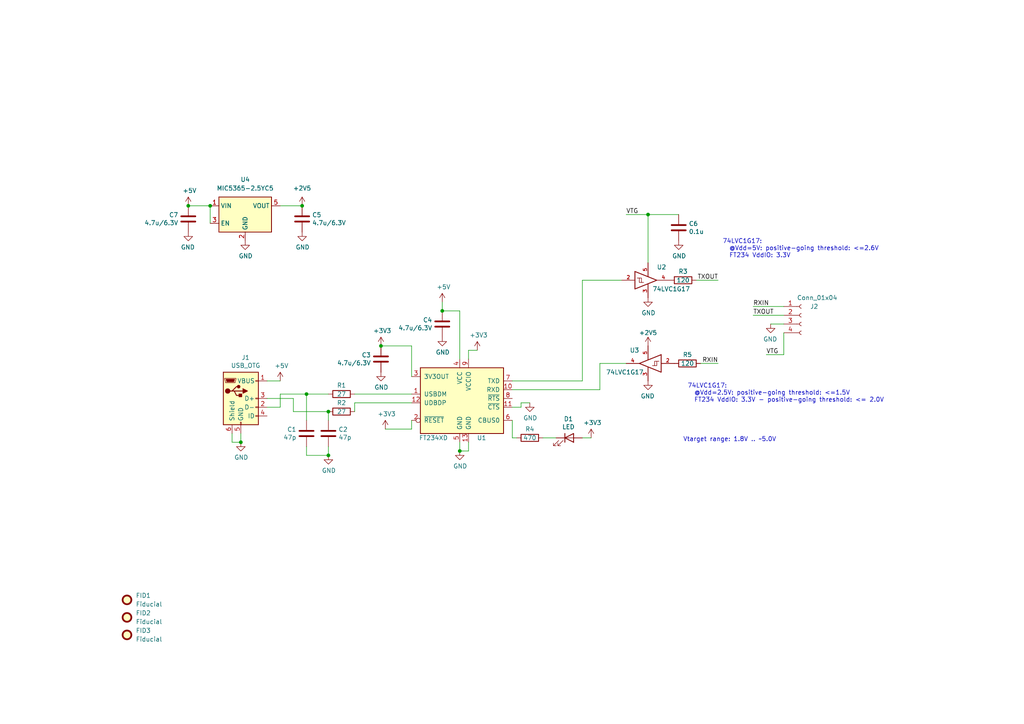
<source format=kicad_sch>
(kicad_sch (version 20230121) (generator eeschema)
  (paper "A4")
  (lib_symbols
    (symbol "Connector:Conn_01x04_Socket" (pin_names (offset 1.016) hide)
      (property "Reference" "J" (at 0 5.08 0))
      (property "Value" "Conn_01x04_Socket" (at 0 -7.62 0))
      (symbol "Conn_01x04_Socket_1_1"
        (arc (start 0 -4.572) (mid -0.5058 -5.08) (end 0 -5.588) (stroke (width 0.1524)))
        (arc (start 0 -2.032) (mid -0.5058 -2.54) (end 0 -3.048) (stroke (width 0.1524)))
        (polyline (pts (xy -1.27 -5.08) (xy -0.508 -5.08)) (stroke (width 0.1524)))
        (polyline (pts (xy -1.27 -2.54) (xy -0.508 -2.54)) (stroke (width 0.1524)))
        (polyline (pts (xy -1.27 0) (xy -0.508 0)) (stroke (width 0.1524)))
        (polyline (pts (xy -1.27 2.54) (xy -0.508 2.54)) (stroke (width 0.1524)))
        (arc (start 0 0.508) (mid -0.5058 0) (end 0 -0.508) (stroke (width 0.1524)))
        (arc (start 0 3.048) (mid -0.5058 2.54) (end 0 2.032) (stroke (width 0.1524)))
        (pin passive line (at -5.08 2.54 0) (length 3.81) (name "Pin_1") (number "1"))
        (pin passive line (at -5.08 0 0) (length 3.81) (name "Pin_2") (number "2"))
        (pin passive line (at -5.08 -2.54 0) (length 3.81) (name "Pin_3") (number "3"))
        (pin passive line (at -5.08 -5.08 0) (length 3.81) (name "Pin_4") (number "4"))
      )
    )
    (symbol "Connector:USB_B_Micro" (pin_names (offset 1.016))
      (property "Reference" "J" (at -5.08 11.43 0))
      (property "Value" "USB_B_Micro" (at -5.08 8.89 0))
      (symbol "USB_B_Micro_0_1"
        (rectangle (start -5.08 -7.62) (end 5.08 7.62) (stroke (width 0.254)) (fill (type background)))
        (circle (center -3.81 2.159) (radius 0.635) (stroke (width 0.254)) (fill (type outline)))
        (circle (center -0.635 3.429) (radius 0.381) (stroke (width 0.254)) (fill (type outline)))
        (rectangle (start -0.127 -7.62) (end 0.127 -6.858))
        (polyline (pts (xy -1.905 2.159) (xy 0.635 2.159)) (stroke (width 0.254)))
        (polyline (pts (xy -3.175 2.159) (xy -2.54 2.159) (xy -1.27 3.429) (xy -0.635 3.429)) (stroke (width 0.254)))
        (polyline (pts (xy -2.54 2.159) (xy -1.905 2.159) (xy -1.27 0.889) (xy 0 0.889)) (stroke (width 0.254)))
        (polyline (pts (xy 0.635 2.794) (xy 0.635 1.524) (xy 1.905 2.159) (xy 0.635 2.794)) (stroke (width 0.254)) (fill (type outline)))
        (polyline (pts (xy -4.318 5.588) (xy -1.778 5.588) (xy -2.032 4.826) (xy -4.064 4.826) (xy -4.318 5.588)) (fill (type outline)))
        (polyline (pts (xy -4.699 5.842) (xy -4.699 5.588) (xy -4.445 4.826) (xy -4.445 4.572) (xy -1.651 4.572) (xy -1.651 4.826) (xy -1.397 5.588) (xy -1.397 5.842) (xy -4.699 5.842)))
        (rectangle (start 0.254 1.27) (end -0.508 0.508) (stroke (width 0.254)) (fill (type outline)))
        (rectangle (start 5.08 -5.207) (end 4.318 -4.953))
        (rectangle (start 5.08 -2.667) (end 4.318 -2.413))
        (rectangle (start 5.08 -0.127) (end 4.318 0.127))
        (rectangle (start 5.08 4.953) (end 4.318 5.207))
      )
      (symbol "USB_B_Micro_1_1"
        (pin power_out line (at 7.62 5.08 180) (length 2.54) (name "VBUS") (number "1"))
        (pin bidirectional line (at 7.62 -2.54 180) (length 2.54) (name "D-") (number "2"))
        (pin bidirectional line (at 7.62 0 180) (length 2.54) (name "D+") (number "3"))
        (pin passive line (at 7.62 -5.08 180) (length 2.54) (name "ID") (number "4"))
        (pin power_out line (at 0 -10.16 90) (length 2.54) (name "GND") (number "5"))
        (pin passive line (at -2.54 -10.16 90) (length 2.54) (name "Shield") (number "6"))
      )
    )
    (symbol "Device:C" (pin_numbers hide) (pin_names (offset 0.254))
      (property "Reference" "C" (at 0.635 2.54 0))
      (property "Value" "C" (at 0.635 -2.54 0))
      (symbol "C_0_1"
        (polyline (pts (xy -2.032 -0.762) (xy 2.032 -0.762)) (stroke (width 0.508)))
        (polyline (pts (xy -2.032 0.762) (xy 2.032 0.762)) (stroke (width 0.508)))
      )
      (symbol "C_1_1"
        (pin passive line (at 0 3.81 270) (length 2.794) (name "~") (number "1"))
        (pin passive line (at 0 -3.81 90) (length 2.794) (name "~") (number "2"))
      )
    )
    (symbol "Device:LED" (pin_numbers hide) (pin_names (offset 1.016) hide)
      (property "Reference" "D" (at 0 2.54 0))
      (property "Value" "LED" (at 0 -2.54 0))
      (symbol "LED_0_1"
        (polyline (pts (xy -1.27 -1.27) (xy -1.27 1.27)) (stroke (width 0.254)))
        (polyline (pts (xy -1.27 0) (xy 1.27 0)))
        (polyline (pts (xy 1.27 -1.27) (xy 1.27 1.27) (xy -1.27 0) (xy 1.27 -1.27)) (stroke (width 0.254)))
        (polyline (pts (xy -3.048 -0.762) (xy -4.572 -2.286) (xy -3.81 -2.286) (xy -4.572 -2.286) (xy -4.572 -1.524)))
        (polyline (pts (xy -1.778 -0.762) (xy -3.302 -2.286) (xy -2.54 -2.286) (xy -3.302 -2.286) (xy -3.302 -1.524)))
      )
      (symbol "LED_1_1"
        (pin passive line (at -3.81 0 0) (length 2.54) (name "K") (number "1"))
        (pin passive line (at 3.81 0 180) (length 2.54) (name "A") (number "2"))
      )
    )
    (symbol "Device:R" (pin_numbers hide) (pin_names (offset 0))
      (property "Reference" "R" (at 2.032 0 90))
      (property "Value" "R" (at 0 0 90))
      (symbol "R_0_1"
        (rectangle (start -1.016 -2.54) (end 1.016 2.54) (stroke (width 0.254)))
      )
      (symbol "R_1_1"
        (pin passive line (at 0 3.81 270) (length 1.27) (name "~") (number "1"))
        (pin passive line (at 0 -3.81 90) (length 1.27) (name "~") (number "2"))
      )
    )
    (symbol "Mechanical:Fiducial"
      (property "Reference" "FID" (at 0 5.08 0))
      (property "Value" "Fiducial" (at 0 3.175 0))
      (symbol "Fiducial_0_1"
        (circle (center 0 0) (radius 1.27) (stroke (width 0.508)) (fill (type background)))
      )
    )
    (symbol "Regulator_Linear:MIC5365-3.3YC5"
      (property "Reference" "U" (at -6.35 6.35 0))
      (property "Value" "MIC5365-3.3YC5" (at 0 6.35 0))
      (symbol "MIC5365-3.3YC5_0_1"
        (rectangle (start -7.62 -5.08) (end 7.62 5.08) (stroke (width 0.254)) (fill (type background)))
      )
      (symbol "MIC5365-3.3YC5_1_1"
        (pin power_in line (at -10.16 2.54 0) (length 2.54) (name "VIN") (number "1"))
        (pin power_in line (at 0 -7.62 90) (length 2.54) (name "GND") (number "2"))
        (pin input line (at -10.16 -2.54 0) (length 2.54) (name "EN") (number "3"))
        (pin no_connect line (at 7.62 -2.54 180) (length 2.54) hide (name "NC") (number "4"))
        (pin power_out line (at 10.16 2.54 180) (length 2.54) (name "VOUT") (number "5"))
      )
    )
    (symbol "ft234xd:74LVC1G17" (pin_names (offset 1.016))
      (property "Reference" "U" (at -2.54 3.81 0))
      (property "Value" "74LVC1G17" (at 0 -3.81 0))
      (symbol "74LVC1G17_0_1"
        (polyline (pts (xy -2.54 0.635) (xy -1.905 0.635) (xy -1.905 -0.635)))
        (polyline (pts (xy -3.81 2.54) (xy -3.81 -2.54) (xy 2.54 0) (xy -3.81 2.54)) (stroke (width 0.254)))
        (polyline (pts (xy -3.175 0.635) (xy -2.54 0.635) (xy -2.54 -0.635) (xy -1.27 -0.635)))
      )
      (symbol "74LVC1G17_1_1"
        (pin input line (at -7.62 0 0) (length 3.81) (name "~") (number "2"))
        (pin power_in line (at 0 -5.08 90) (length 3.9878) (name "~") (number "3"))
        (pin output line (at 6.35 0 180) (length 3.81) (name "~") (number "4"))
        (pin power_in line (at 0 5.08 270) (length 3.9878) (name "~") (number "5"))
      )
    )
    (symbol "ft234xd:FT234XD" (pin_names (offset 1.016))
      (property "Reference" "U" (at -11.43 15.24 0))
      (property "Value" "FT234XD" (at 7.62 -11.43 0))
      (symbol "FT234XD_0_1"
        (rectangle (start -12.7 8.89) (end 11.43 -10.16) (stroke (width 0.254)) (fill (type background)))
      )
      (symbol "FT234XD_1_1"
        (pin bidirectional line (at -15.24 1.27 0) (length 2.54) (name "USBDM") (number "1"))
        (pin input line (at 13.97 2.54 180) (length 2.54) (name "RXD") (number "10"))
        (pin input line (at 13.97 -2.54 180) (length 2.54) (name "~{CTS}") (number "11"))
        (pin bidirectional line (at -15.24 -1.27 0) (length 2.54) (name "UDBDP") (number "12"))
        (pin power_in line (at 1.27 -12.7 90) (length 2.54) (name "GND") (number "13"))
        (pin input inverted (at -15.24 -6.35 0) (length 2.54) (name "~{RESET}") (number "2"))
        (pin power_out line (at -15.24 6.35 0) (length 2.54) (name "3V3OUT") (number "3"))
        (pin power_in line (at -1.27 11.43 270) (length 2.54) (name "VCC") (number "4"))
        (pin power_in line (at -1.27 -12.7 90) (length 2.54) (name "GND") (number "5"))
        (pin bidirectional line (at 13.97 -6.35 180) (length 2.54) (name "CBUS0") (number "6"))
        (pin output line (at 13.97 5.08 180) (length 2.54) (name "TXD") (number "7"))
        (pin output line (at 13.97 0 180) (length 2.54) (name "~{RTS}") (number "8"))
        (pin power_in line (at 1.27 11.43 270) (length 2.54) (name "VCCIO") (number "9"))
      )
    )
    (symbol "power:+2V5" (power) (pin_names (offset 0))
      (property "Value" "+2V5" (at 0 3.556 0))
      (symbol "+2V5_0_1"
        (polyline (pts (xy -0.762 1.27) (xy 0 2.54)))
        (polyline (pts (xy 0 0) (xy 0 2.54)))
        (polyline (pts (xy 0 2.54) (xy 0.762 1.27)))
      )
      (symbol "+2V5_1_1"
        (pin power_in line (at 0 0 90) (length 0) hide (name "+2V5") (number "1"))
      )
    )
    (symbol "power:+3V3" (power) (pin_names (offset 0))
      (property "Value" "+3V3" (at 0 3.556 0))
      (symbol "+3V3_0_1"
        (polyline (pts (xy -0.762 1.27) (xy 0 2.54)))
        (polyline (pts (xy 0 0) (xy 0 2.54)))
        (polyline (pts (xy 0 2.54) (xy 0.762 1.27)))
      )
      (symbol "+3V3_1_1"
        (pin power_in line (at 0 0 90) (length 0) hide (name "+3V3") (number "1"))
      )
    )
    (symbol "power:+5V" (power) (pin_names (offset 0))
      (property "Value" "+5V" (at 0 3.556 0))
      (symbol "+5V_0_1"
        (polyline (pts (xy -0.762 1.27) (xy 0 2.54)))
        (polyline (pts (xy 0 0) (xy 0 2.54)))
        (polyline (pts (xy 0 2.54) (xy 0.762 1.27)))
      )
      (symbol "+5V_1_1"
        (pin power_in line (at 0 0 90) (length 0) hide (name "+5V") (number "1"))
      )
    )
    (symbol "power:GND" (power) (pin_names (offset 0))
      (property "Value" "GND" (at 0 -3.81 0))
      (symbol "GND_0_1"
        (polyline (pts (xy 0 0) (xy 0 -1.27) (xy 1.27 -1.27) (xy 0 -2.54) (xy -1.27 -1.27) (xy 0 -1.27)))
      )
      (symbol "GND_1_1"
        (pin power_in line (at 0 0 270) (length 0) hide (name "GND") (number "1"))
      )
    )
  )
  (junction (at 95.25 119.38))
  (junction (at 87.63 59.69))
  (junction (at 88.9 114.3))
  (junction (at 69.85 128.27))
  (junction (at 60.96 59.69))
  (junction (at 133.35 130.81))
  (junction (at 95.25 132.08))
  (junction (at 54.61 59.69))
  (junction (at 110.49 100.33))
  (junction (at 128.27 90.17))
  (junction (at 187.96 62.23))
  (wire (pts (xy 227.33 96.52) (xy 227.33 102.87)))
  (wire (pts (xy 135.89 101.6) (xy 135.89 104.14)))
  (wire (pts (xy 95.25 129.54) (xy 95.25 132.08)))
  (wire (pts (xy 151.13 118.11) (xy 148.59 118.11)))
  (wire (pts (xy 151.13 116.84) (xy 151.13 118.11)))
  (wire (pts (xy 128.27 87.63) (xy 128.27 90.17)))
  (wire (pts (xy 157.48 127) (xy 161.29 127)))
  (wire (pts (xy 218.44 91.44) (xy 227.33 91.44)))
  (wire (pts (xy 111.76 124.46) (xy 119.38 124.46)))
  (wire (pts (xy 196.85 62.23) (xy 187.96 62.23)))
  (wire (pts (xy 128.27 90.17) (xy 133.35 90.17)))
  (wire (pts (xy 148.59 127) (xy 149.86 127)))
  (wire (pts (xy 81.28 118.11) (xy 77.47 118.11)))
  (wire (pts (xy 133.35 130.81) (xy 135.89 130.81)))
  (wire (pts (xy 67.31 128.27) (xy 67.31 125.73)))
  (wire (pts (xy 227.33 102.87) (xy 222.25 102.87)))
  (wire (pts (xy 110.49 100.33) (xy 119.38 100.33)))
  (wire (pts (xy 102.87 116.84) (xy 102.87 119.38)))
  (wire (pts (xy 95.25 119.38) (xy 95.25 121.92)))
  (wire (pts (xy 148.59 113.03) (xy 173.99 113.03)))
  (wire (pts (xy 138.43 101.6) (xy 135.89 101.6)))
  (wire (pts (xy 133.35 130.81) (xy 133.35 128.27)))
  (wire (pts (xy 69.85 125.73) (xy 69.85 128.27)))
  (wire (pts (xy 203.2 105.41) (xy 208.28 105.41)))
  (wire (pts (xy 81.28 114.3) (xy 88.9 114.3)))
  (wire (pts (xy 227.33 93.98) (xy 223.52 93.98)))
  (wire (pts (xy 135.89 130.81) (xy 135.89 128.27)))
  (wire (pts (xy 187.96 62.23) (xy 181.61 62.23)))
  (wire (pts (xy 173.99 113.03) (xy 173.99 105.41)))
  (wire (pts (xy 201.93 81.28) (xy 208.28 81.28)))
  (wire (pts (xy 119.38 124.46) (xy 119.38 121.92)))
  (wire (pts (xy 88.9 114.3) (xy 88.9 121.92)))
  (wire (pts (xy 88.9 114.3) (xy 95.25 114.3)))
  (wire (pts (xy 180.34 81.28) (xy 168.91 81.28)))
  (wire (pts (xy 69.85 128.27) (xy 67.31 128.27)))
  (wire (pts (xy 54.61 59.69) (xy 60.96 59.69)))
  (wire (pts (xy 153.67 116.84) (xy 151.13 116.84)))
  (wire (pts (xy 85.09 119.38) (xy 85.09 115.57)))
  (wire (pts (xy 85.09 115.57) (xy 77.47 115.57)))
  (wire (pts (xy 148.59 121.92) (xy 148.59 127)))
  (wire (pts (xy 95.25 119.38) (xy 85.09 119.38)))
  (wire (pts (xy 77.47 110.49) (xy 81.28 110.49)))
  (wire (pts (xy 102.87 114.3) (xy 119.38 114.3)))
  (wire (pts (xy 187.96 62.23) (xy 187.96 76.2)))
  (wire (pts (xy 81.28 114.3) (xy 81.28 118.11)))
  (wire (pts (xy 168.91 81.28) (xy 168.91 110.49)))
  (wire (pts (xy 119.38 100.33) (xy 119.38 109.22)))
  (wire (pts (xy 168.91 127) (xy 171.45 127)))
  (wire (pts (xy 88.9 132.08) (xy 88.9 129.54)))
  (wire (pts (xy 173.99 105.41) (xy 181.61 105.41)))
  (wire (pts (xy 168.91 110.49) (xy 148.59 110.49)))
  (wire (pts (xy 218.44 88.9) (xy 227.33 88.9)))
  (wire (pts (xy 81.28 59.69) (xy 87.63 59.69)))
  (wire (pts (xy 119.38 116.84) (xy 102.87 116.84)))
  (wire (pts (xy 60.96 59.69) (xy 60.96 64.77)))
  (wire (pts (xy 133.35 90.17) (xy 133.35 104.14)))
  (wire (pts (xy 95.25 132.08) (xy 88.9 132.08)))
  (text "74LVC1G17:\n  @Vdd=5V: positive-going threshold: <=2.6V\n  FT234 VddIO: 3.3V" (at 209.55 74.93 0) (effects (font (size 1.27 1.27)) (justify left bottom)))
  (text "74LVC1G17:\n  @Vdd=2.5V: positive-going threshold: <=1.5V\n  FT234 VddIO: 3.3V - positive-going threshold: <= 2.0V" (at 199.39 116.84 0) (effects (font (size 1.27 1.27)) (justify left bottom)))
  (text "Vtarget range: 1.8V .. ~5.0V" (at 198.12 128.27 0) (effects (font (size 1.27 1.27)) (justify left bottom)))
  (label "RXIN" (at 208.28 105.41 180))
  (label "TXOUT" (at 208.28 81.28 180))
  (label "RXIN" (at 218.44 88.9 0))
  (label "VTG" (at 181.61 62.23 0))
  (label "TXOUT" (at 218.44 91.44 0))
  (label "VTG" (at 222.25 102.87 0))
  (symbol (lib_id "power:GND") (at 133.35 130.81 0) (unit 1)
    (property "Reference" "#PWR01" (effects hide))
    (property "Value" "GND" (at 133.477 135.2042 0))
  )
  (symbol (lib_id "Device:R") (at 198.12 81.28 270) (unit 1)
    (property "Reference" "R3" (at 198.12 78.74 90))
    (property "Value" "120" (at 198.12 81.28 90))
    (property "Footprint" "Resistor_SMD:R_0402_1005Metric" (effects hide))
  )
  (symbol (lib_id "Connector:Conn_01x04_Socket") (at 232.41 91.44 0) (unit 1)
    (property "Reference" "J2" (at 234.95 88.9 0) (effects (justify left)))
    (property "Value" "Conn_01x04" (at 231.14 86.36 0) (effects (justify left)))
    (property "Footprint" "Connector_PinHeader_2.54mm:PinHeader_1x04_P2.54mm_Vertical" (effects hide))
  )
  (symbol (lib_id "power:+3V3") (at 110.49 100.33 0) (unit 1)
    (property "Reference" "#PWR04" (effects hide))
    (property "Value" "+3V3" (at 110.871 95.9358 0))
  )
  (symbol (lib_id "Device:R") (at 153.67 127 270) (unit 1)
    (property "Reference" "R4" (at 153.67 124.46 90))
    (property "Value" "470" (at 153.67 127 90))
    (property "Footprint" "Resistor_SMD:R_0402_1005Metric" (effects hide))
  )
  (symbol (lib_id "Device:C") (at 110.49 104.14 0) (mirror y) (unit 1)
    (property "Reference" "C3" (at 107.5944 102.9716 0) (effects (justify left)))
    (property "Value" "4.7u/6.3V" (at 107.5944 105.283 0) (effects (justify left)))
    (property "Footprint" "Capacitor_SMD:C_0402_1005Metric" (effects hide))
  )
  (symbol (lib_id "power:GND") (at 110.49 107.95 0) (unit 1)
    (property "Reference" "#PWR05" (effects hide))
    (property "Value" "GND" (at 110.617 112.3442 0))
  )
  (symbol (lib_id "Device:R") (at 99.06 114.3 270) (unit 1)
    (property "Reference" "R1" (at 99.06 111.76 90))
    (property "Value" "27" (at 99.06 114.3 90))
    (property "Footprint" "Resistor_SMD:R_0402_1005Metric" (effects hide))
  )
  (symbol (lib_id "Device:R") (at 99.06 119.38 270) (unit 1)
    (property "Reference" "R2" (at 99.06 116.84 90))
    (property "Value" "27" (at 99.06 119.38 90))
    (property "Footprint" "Resistor_SMD:R_0402_1005Metric" (effects hide))
  )
  (symbol (lib_id "Device:C") (at 95.25 125.73 0) (unit 1)
    (property "Reference" "C2" (at 98.171 124.5616 0) (effects (justify left)))
    (property "Value" "47p" (at 98.171 126.873 0) (effects (justify left)))
    (property "Footprint" "Capacitor_SMD:C_0402_1005Metric" (effects hide))
  )
  (symbol (lib_id "Device:C") (at 88.9 125.73 0) (mirror y) (unit 1)
    (property "Reference" "C1" (at 85.979 124.5616 0) (effects (justify left)))
    (property "Value" "47p" (at 85.979 126.873 0) (effects (justify left)))
    (property "Footprint" "Capacitor_SMD:C_0402_1005Metric" (effects hide))
  )
  (symbol (lib_id "power:GND") (at 95.25 132.08 0) (unit 1)
    (property "Reference" "#PWR06" (effects hide))
    (property "Value" "GND" (at 95.377 136.4742 0))
  )
  (symbol (lib_id "Device:LED") (at 165.1 127 0) (unit 1)
    (property "Reference" "D1" (at 164.8714 121.5136 0))
    (property "Value" "LED" (at 164.8714 123.825 0))
    (property "Footprint" "LED_SMD:LED_0603_1608Metric" (effects hide))
  )
  (symbol (lib_id "power:+3V3") (at 171.45 127 0) (unit 1)
    (property "Reference" "#PWR07" (effects hide))
    (property "Value" "+3V3" (at 171.831 122.6058 0))
  )
  (symbol (lib_id "power:+3V3") (at 111.76 124.46 0) (unit 1)
    (property "Reference" "#PWR08" (effects hide))
    (property "Value" "+3V3" (at 112.141 120.0658 0))
  )
  (symbol (lib_id "power:+3V3") (at 138.43 101.6 0) (unit 1)
    (property "Reference" "#PWR09" (effects hide))
    (property "Value" "+3V3" (at 138.811 97.2058 0))
  )
  (symbol (lib_id "Device:C") (at 128.27 93.98 0) (mirror y) (unit 1)
    (property "Reference" "C4" (at 125.3744 92.8116 0) (effects (justify left)))
    (property "Value" "4.7u/6.3V" (at 125.3744 95.123 0) (effects (justify left)))
    (property "Footprint" "Capacitor_SMD:C_0402_1005Metric" (effects hide))
  )
  (symbol (lib_id "power:GND") (at 128.27 97.79 0) (unit 1)
    (property "Reference" "#PWR010" (effects hide))
    (property "Value" "GND" (at 128.397 102.1842 0))
  )
  (symbol (lib_id "power:+5V") (at 128.27 87.63 0) (unit 1)
    (property "Reference" "#PWR011" (effects hide))
    (property "Value" "+5V" (at 128.651 83.2358 0))
  )
  (symbol (lib_id "Connector:USB_B_Micro") (at 69.85 115.57 0) (unit 1)
    (property "Reference" "J1" (at 71.247 103.7082 0))
    (property "Value" "USB_OTG" (at 71.247 106.0196 0))
    (property "Footprint" "Connector_USB:USB_Micro-B_Amphenol_10103594-0001LF_Horizontal" (effects hide))
  )
  (symbol (lib_id "power:+5V") (at 81.28 110.49 0) (unit 1)
    (property "Reference" "#PWR012" (effects hide))
    (property "Value" "+5V" (at 81.661 106.0958 0))
  )
  (symbol (lib_id "power:GND") (at 69.85 128.27 0) (unit 1)
    (property "Reference" "#PWR013" (effects hide))
    (property "Value" "GND" (at 69.977 132.6642 0))
  )
  (symbol (lib_id "power:GND") (at 153.67 116.84 0) (unit 1)
    (property "Reference" "#PWR014" (effects hide))
    (property "Value" "GND" (at 153.797 121.2342 0))
  )
  (symbol (lib_id "ft234xd:FT234XD") (at 134.62 115.57 0) (unit 1)
    (property "Reference" "U1" (at 139.7 127 0))
    (property "Value" "FT234XD" (at 125.73 127 0))
    (property "Footprint" "Package_DFN_QFN:DFN-12-1EP_3x3mm_P0.45mm_EP1.66x2.38mm" (effects hide))
    (property "Datasheet" "http://www.ftdichip.com/Support/Documents/DataSheets/ICs/DS_FT230X.pdf" (effects hide))
  )
  (symbol (lib_id "Device:R") (at 199.39 105.41 270) (unit 1)
    (property "Reference" "R5" (at 199.39 102.87 90))
    (property "Value" "120" (at 199.39 105.41 90))
    (property "Footprint" "Resistor_SMD:R_0402_1005Metric" (effects hide))
  )
  (symbol (lib_id "ft234xd:74LVC1G17") (at 187.96 81.28 0) (unit 1)
    (property "Reference" "U2" (at 190.5 77.47 0) (effects (justify left)))
    (property "Value" "74LVC1G17" (at 189.23 83.82 0) (effects (justify left)))
    (property "Footprint" "Package_SO:TSOP-5_1.65x3.05mm_P0.95mm" (effects hide))
  )
  (symbol (lib_id "power:GND") (at 187.96 86.36 0) (unit 1)
    (property "Reference" "#PWR0101" (effects hide))
    (property "Value" "GND" (at 188.087 90.7542 0))
  )
  (symbol (lib_id "Device:C") (at 196.85 66.04 0) (unit 1)
    (property "Reference" "C6" (at 199.771 64.8716 0) (effects (justify left)))
    (property "Value" "0.1u" (at 199.771 67.183 0) (effects (justify left)))
    (property "Footprint" "Capacitor_SMD:C_0402_1005Metric" (effects hide))
  )
  (symbol (lib_id "power:GND") (at 196.85 69.85 0) (unit 1)
    (property "Reference" "#PWR0102" (effects hide))
    (property "Value" "GND" (at 196.977 74.2442 0))
  )
  (symbol (lib_id "ft234xd:74LVC1G17") (at 187.96 105.41 0) (mirror y) (unit 1)
    (property "Reference" "U3" (at 185.42 101.6 0) (effects (justify left)))
    (property "Value" "74LVC1G17" (at 186.69 107.95 0) (effects (justify left)))
    (property "Footprint" "Package_SO:TSOP-5_1.65x3.05mm_P0.95mm" (effects hide))
  )
  (symbol (lib_id "power:GND") (at 187.96 110.49 0) (mirror y) (unit 1)
    (property "Reference" "#PWR0103" (effects hide))
    (property "Value" "GND" (at 187.833 114.8842 0))
  )
  (symbol (lib_id "power:GND") (at 223.52 93.98 0) (mirror y) (unit 1)
    (property "Reference" "#PWR0104" (effects hide))
    (property "Value" "GND" (at 223.393 98.3742 0))
  )
  (symbol (lib_id "power:GND") (at 71.12 69.85 0) (unit 1)
    (property "Reference" "#PWR016" (effects hide))
    (property "Value" "GND" (at 71.247 74.2442 0))
  )
  (symbol (lib_id "Device:C") (at 54.61 63.5 0) (mirror y) (unit 1)
    (property "Reference" "C7" (at 51.7144 62.3316 0) (effects (justify left)))
    (property "Value" "4.7u/6.3V" (at 51.7144 64.643 0) (effects (justify left)))
    (property "Footprint" "Capacitor_SMD:C_0402_1005Metric" (effects hide))
  )
  (symbol (lib_id "Mechanical:Fiducial") (at 36.83 173.99 0) (unit 1)
    (property "Reference" "FID1" (at 39.37 172.72 0) (effects (justify left)))
    (property "Value" "Fiducial" (at 39.37 175.26 0) (effects (justify left)))
    (property "Footprint" "Fiducial:Fiducial_0.5mm_Mask1mm" (effects hide))
  )
  (symbol (lib_id "power:+5V") (at 54.61 59.69 0) (unit 1)
    (property "Reference" "#PWR018" (effects hide))
    (property "Value" "+5V" (at 54.991 55.2958 0))
  )
  (symbol (lib_id "Mechanical:Fiducial") (at 36.83 184.15 0) (unit 1)
    (property "Reference" "FID3" (at 39.37 182.88 0) (effects (justify left)))
    (property "Value" "Fiducial" (at 39.37 185.42 0) (effects (justify left)))
    (property "Footprint" "Fiducial:Fiducial_0.5mm_Mask1mm" (effects hide))
  )
  (symbol (lib_id "power:GND") (at 54.61 67.31 0) (mirror y) (unit 1)
    (property "Reference" "#PWR017" (effects hide))
    (property "Value" "GND" (at 54.483 71.7042 0))
  )
  (symbol (lib_id "power:GND") (at 87.63 67.31 0) (unit 1)
    (property "Reference" "#PWR015" (effects hide))
    (property "Value" "GND" (at 87.757 71.7042 0))
  )
  (symbol (lib_id "Device:C") (at 87.63 63.5 0) (unit 1)
    (property "Reference" "C5" (at 90.5256 62.3316 0) (effects (justify left)))
    (property "Value" "4.7u/6.3V" (at 90.5256 64.643 0) (effects (justify left)))
    (property "Footprint" "Capacitor_SMD:C_0402_1005Metric" (effects hide))
  )
  (symbol (lib_id "Regulator_Linear:MIC5365-3.3YC5") (at 71.12 62.23 0) (unit 1)
    (property "Reference" "U4" (at 71.12 52.07 0))
    (property "Value" "MIC5365-2.5YC5" (at 71.12 54.61 0))
    (property "Footprint" "Package_TO_SOT_SMD:SOT-353_SC-70-5" (effects hide))
    (property "Datasheet" "http://ww1.microchip.com/downloads/en/DeviceDoc/mic5365.pdf" (effects hide))
  )
  (symbol (lib_id "power:+2V5") (at 87.63 59.69 0) (unit 1)
    (property "Reference" "#PWR03" (effects hide))
    (property "Value" "+2V5" (at 87.63 54.61 0))
  )
  (symbol (lib_id "power:+2V5") (at 187.96 100.33 0) (unit 1)
    (property "Reference" "#PWR02" (effects hide))
    (property "Value" "+2V5" (at 187.96 96.52 0))
  )
  (symbol (lib_id "Mechanical:Fiducial") (at 36.83 179.07 0) (unit 1)
    (property "Reference" "FID2" (at 39.37 177.8 0) (effects (justify left)))
    (property "Value" "Fiducial" (at 39.37 180.34 0) (effects (justify left)))
    (property "Footprint" "Fiducial:Fiducial_0.5mm_Mask1mm" (effects hide))
  )
)
</source>
